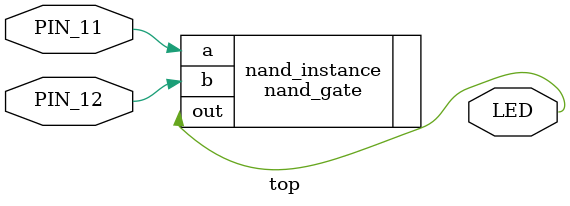
<source format=v>
module top (
    input PIN_11,
    input PIN_12,
    output LED
);
    nand_gate nand_instance (
        .a(PIN_11),
        .b(PIN_12),
        .out(LED)
    );
endmodule

</source>
